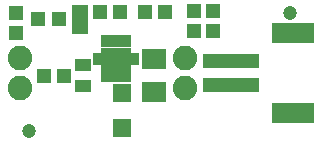
<source format=gbr>
G04 EAGLE Gerber RS-274X export*
G75*
%MOMM*%
%FSLAX34Y34*%
%LPD*%
%INSoldermask Top*%
%IPPOS*%
%AMOC8*
5,1,8,0,0,1.08239X$1,22.5*%
G01*
%ADD10R,1.403200X1.003200*%
%ADD11R,4.803200X1.203200*%
%ADD12R,3.603200X1.803200*%
%ADD13R,0.500000X1.053200*%
%ADD14R,2.603200X1.853200*%
%ADD15R,0.903200X0.483200*%
%ADD16R,1.203200X1.303200*%
%ADD17R,1.303200X1.203200*%
%ADD18R,1.473200X0.838200*%
%ADD19C,2.082800*%
%ADD20C,1.203200*%
%ADD21R,2.003200X1.803200*%
%ADD22R,1.503200X1.503200*%


D10*
X66040Y52722D03*
X66040Y70722D03*
D11*
X191600Y73500D03*
X191600Y53500D03*
D12*
X243600Y97500D03*
X243600Y29500D03*
D13*
X83980Y60942D03*
X88980Y60942D03*
X93980Y60942D03*
X98980Y60942D03*
X103980Y60942D03*
X103980Y90442D03*
X98980Y90442D03*
X93980Y90442D03*
X88980Y90442D03*
X83980Y90442D03*
D14*
X93980Y75692D03*
D15*
X78980Y78192D03*
X78980Y73192D03*
X108980Y78192D03*
X108980Y73192D03*
D16*
X159766Y99196D03*
X159766Y116196D03*
D17*
X50156Y61468D03*
X33156Y61468D03*
D16*
X175768Y116196D03*
X175768Y99196D03*
D17*
X118500Y115316D03*
X135500Y115316D03*
D16*
X9144Y97418D03*
X9144Y114418D03*
D17*
X97654Y115570D03*
X80654Y115570D03*
X45330Y109728D03*
X28330Y109728D03*
D18*
X63246Y101092D03*
X63246Y109220D03*
X63246Y117348D03*
D19*
X12700Y76200D03*
X12700Y50800D03*
D20*
X20066Y14986D03*
X241300Y114300D03*
D21*
X126238Y47722D03*
X126238Y75722D03*
D22*
X99060Y46750D03*
X99060Y16750D03*
D19*
X152400Y76200D03*
X152400Y50800D03*
M02*

</source>
